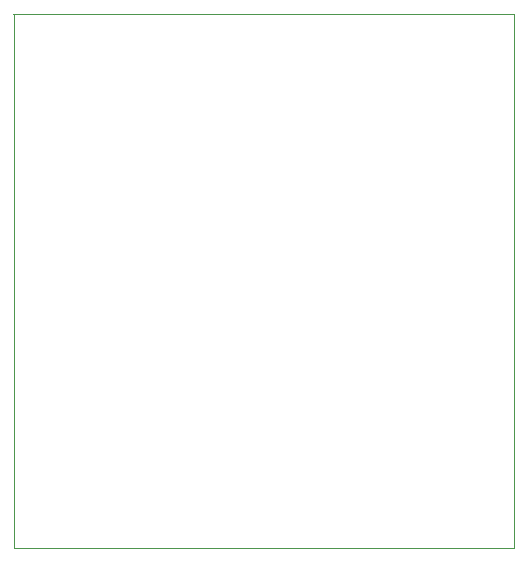
<source format=gbr>
G04 (created by PCBNEW (2013-07-07 BZR 4022)-stable) date 12/29/2015 4:32:31 PM*
%MOIN*%
G04 Gerber Fmt 3.4, Leading zero omitted, Abs format*
%FSLAX34Y34*%
G01*
G70*
G90*
G04 APERTURE LIST*
%ADD10C,0.00590551*%
%ADD11C,0.00393701*%
G04 APERTURE END LIST*
G54D10*
G54D11*
X41895Y-24220D02*
X41860Y-24220D01*
X41895Y-42035D02*
X41895Y-24220D01*
X58555Y-42035D02*
X41895Y-42035D01*
X58555Y-24220D02*
X58555Y-42035D01*
X58240Y-24220D02*
X58555Y-24220D01*
X41930Y-24220D02*
X58240Y-24220D01*
M02*

</source>
